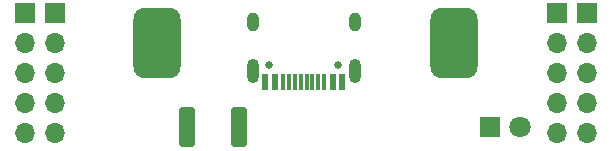
<source format=gbr>
%TF.GenerationSoftware,KiCad,Pcbnew,6.0.5-a6ca702e91~116~ubuntu22.04.1*%
%TF.CreationDate,2022-06-10T16:27:17-05:00*%
%TF.ProjectId,breadboard_psu_v1,62726561-6462-46f6-9172-645f7073755f,rev?*%
%TF.SameCoordinates,Original*%
%TF.FileFunction,Soldermask,Top*%
%TF.FilePolarity,Negative*%
%FSLAX46Y46*%
G04 Gerber Fmt 4.6, Leading zero omitted, Abs format (unit mm)*
G04 Created by KiCad (PCBNEW 6.0.5-a6ca702e91~116~ubuntu22.04.1) date 2022-06-10 16:27:17*
%MOMM*%
%LPD*%
G01*
G04 APERTURE LIST*
G04 Aperture macros list*
%AMRoundRect*
0 Rectangle with rounded corners*
0 $1 Rounding radius*
0 $2 $3 $4 $5 $6 $7 $8 $9 X,Y pos of 4 corners*
0 Add a 4 corners polygon primitive as box body*
4,1,4,$2,$3,$4,$5,$6,$7,$8,$9,$2,$3,0*
0 Add four circle primitives for the rounded corners*
1,1,$1+$1,$2,$3*
1,1,$1+$1,$4,$5*
1,1,$1+$1,$6,$7*
1,1,$1+$1,$8,$9*
0 Add four rect primitives between the rounded corners*
20,1,$1+$1,$2,$3,$4,$5,0*
20,1,$1+$1,$4,$5,$6,$7,0*
20,1,$1+$1,$6,$7,$8,$9,0*
20,1,$1+$1,$8,$9,$2,$3,0*%
G04 Aperture macros list end*
%ADD10RoundRect,1.000000X-1.000000X-2.000000X1.000000X-2.000000X1.000000X2.000000X-1.000000X2.000000X0*%
%ADD11RoundRect,0.250000X0.400000X1.450000X-0.400000X1.450000X-0.400000X-1.450000X0.400000X-1.450000X0*%
%ADD12R,1.800000X1.800000*%
%ADD13C,1.800000*%
%ADD14R,1.700000X1.700000*%
%ADD15O,1.700000X1.700000*%
%ADD16C,0.650000*%
%ADD17R,0.600000X1.450000*%
%ADD18R,0.300000X1.450000*%
%ADD19O,1.000000X1.600000*%
%ADD20O,1.000000X2.100000*%
G04 APERTURE END LIST*
D10*
%TO.C,J6*%
X115316000Y-81280000D03*
%TD*%
D11*
%TO.C,F1*%
X122306000Y-88392000D03*
X117856000Y-88392000D03*
%TD*%
D10*
%TO.C,J7*%
X140462000Y-81280000D03*
%TD*%
D12*
%TO.C,D1*%
X143510000Y-88392000D03*
D13*
X146050000Y-88392000D03*
%TD*%
D14*
%TO.C,J5*%
X151740000Y-78740000D03*
D15*
X151740000Y-81280000D03*
X151740000Y-83820000D03*
X151740000Y-86360000D03*
X151740000Y-88900000D03*
%TD*%
D14*
%TO.C,J2*%
X104140000Y-78740000D03*
D15*
X104140000Y-81280000D03*
X104140000Y-83820000D03*
X104140000Y-86360000D03*
X104140000Y-88900000D03*
%TD*%
D14*
%TO.C,J4*%
X149200000Y-78740000D03*
D15*
X149200000Y-81280000D03*
X149200000Y-83820000D03*
X149200000Y-86360000D03*
X149200000Y-88900000D03*
%TD*%
D14*
%TO.C,J3*%
X106680000Y-78740000D03*
D15*
X106680000Y-81280000D03*
X106680000Y-83820000D03*
X106680000Y-86360000D03*
X106680000Y-88900000D03*
%TD*%
D16*
%TO.C,J1*%
X124872000Y-83118000D03*
X130652000Y-83118000D03*
D17*
X131012000Y-84563000D03*
X130212000Y-84563000D03*
D18*
X129012000Y-84563000D03*
X128012000Y-84563000D03*
X127512000Y-84563000D03*
X126512000Y-84563000D03*
D17*
X125312000Y-84563000D03*
X124512000Y-84563000D03*
X124512000Y-84563000D03*
X125312000Y-84563000D03*
D18*
X126012000Y-84563000D03*
X127012000Y-84563000D03*
X128512000Y-84563000D03*
X129512000Y-84563000D03*
D17*
X130212000Y-84563000D03*
X131012000Y-84563000D03*
D19*
X132082000Y-79468000D03*
D20*
X132082000Y-83648000D03*
D19*
X123442000Y-79468000D03*
D20*
X123442000Y-83648000D03*
%TD*%
M02*

</source>
